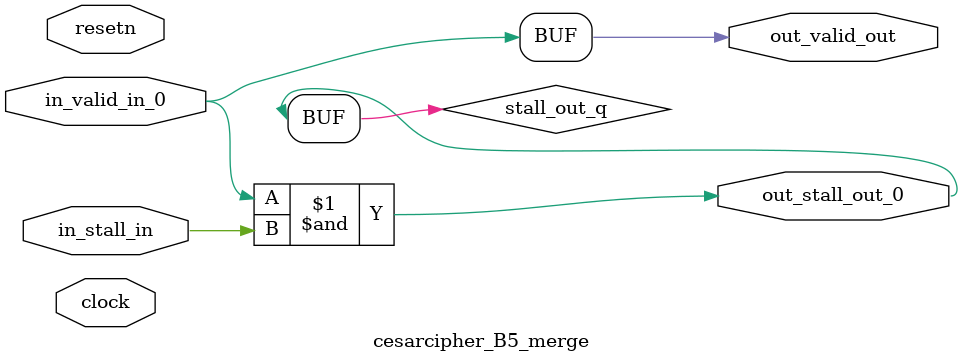
<source format=sv>



(* altera_attribute = "-name AUTO_SHIFT_REGISTER_RECOGNITION OFF; -name MESSAGE_DISABLE 10036; -name MESSAGE_DISABLE 10037; -name MESSAGE_DISABLE 14130; -name MESSAGE_DISABLE 14320; -name MESSAGE_DISABLE 15400; -name MESSAGE_DISABLE 14130; -name MESSAGE_DISABLE 10036; -name MESSAGE_DISABLE 12020; -name MESSAGE_DISABLE 12030; -name MESSAGE_DISABLE 12010; -name MESSAGE_DISABLE 12110; -name MESSAGE_DISABLE 14320; -name MESSAGE_DISABLE 13410; -name MESSAGE_DISABLE 113007; -name MESSAGE_DISABLE 10958" *)
module cesarcipher_B5_merge (
    input wire [0:0] in_stall_in,
    input wire [0:0] in_valid_in_0,
    output wire [0:0] out_stall_out_0,
    output wire [0:0] out_valid_out,
    input wire clock,
    input wire resetn
    );

    wire [0:0] stall_out_q;


    // stall_out(LOGICAL,6)
    assign stall_out_q = in_valid_in_0 & in_stall_in;

    // out_stall_out_0(GPOUT,4)
    assign out_stall_out_0 = stall_out_q;

    // out_valid_out(GPOUT,5)
    assign out_valid_out = in_valid_in_0;

endmodule

</source>
